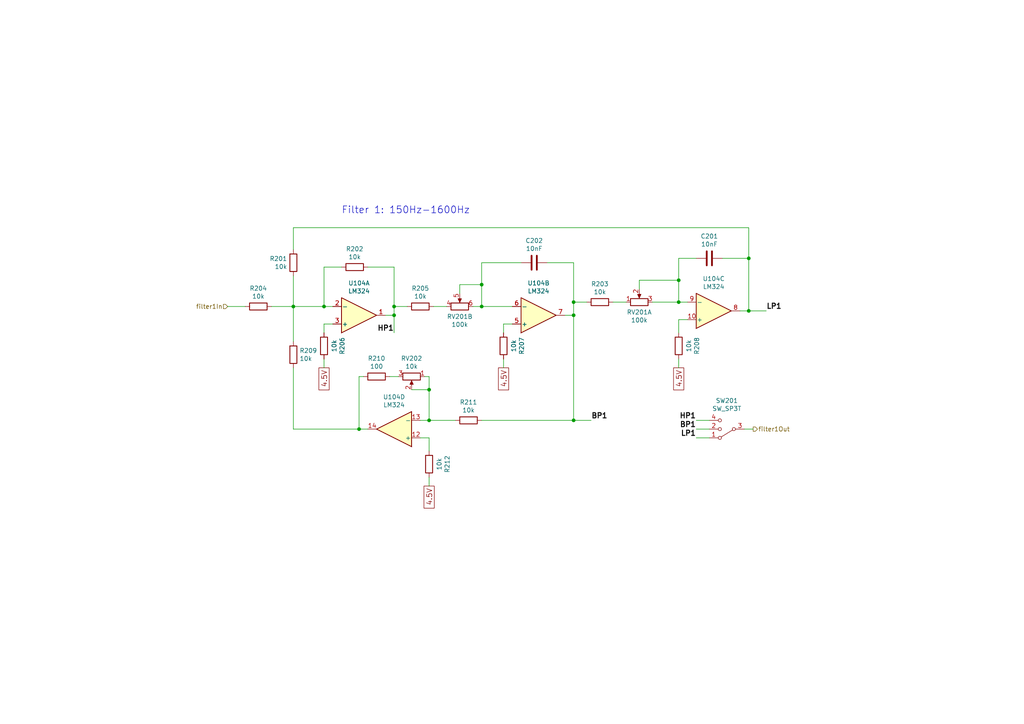
<source format=kicad_sch>
(kicad_sch (version 20231120) (generator "eeschema") (generator_version "8.0")
  (paper "A4")
  (lib_symbols
    (symbol "Amplifier_Operational:LM324" (pin_names (offset 0.127))
      (property "Reference" "U" (at 0 5.08 0))
      (property "Value" "LM324" (at 0 -5.08 0))
      (symbol "LM324_1_1"
        (polyline (pts (xy -5.08 5.08) (xy 5.08 0) (xy -5.08 -5.08) (xy -5.08 5.08)) (stroke (width 0.254)) (fill (type background)))
        (pin output line (at 7.62 0 180) (length 2.54) (name "~") (number "1"))
        (pin input line (at -7.62 -2.54 0) (length 2.54) (name "-") (number "2"))
        (pin input line (at -7.62 2.54 0) (length 2.54) (name "+") (number "3"))
      )
      (symbol "LM324_2_1"
        (polyline (pts (xy -5.08 5.08) (xy 5.08 0) (xy -5.08 -5.08) (xy -5.08 5.08)) (stroke (width 0.254)) (fill (type background)))
        (pin input line (at -7.62 2.54 0) (length 2.54) (name "+") (number "5"))
        (pin input line (at -7.62 -2.54 0) (length 2.54) (name "-") (number "6"))
        (pin output line (at 7.62 0 180) (length 2.54) (name "~") (number "7"))
      )
      (symbol "LM324_3_1"
        (polyline (pts (xy -5.08 5.08) (xy 5.08 0) (xy -5.08 -5.08) (xy -5.08 5.08)) (stroke (width 0.254)) (fill (type background)))
        (pin input line (at -7.62 2.54 0) (length 2.54) (name "+") (number "10"))
        (pin output line (at 7.62 0 180) (length 2.54) (name "~") (number "8"))
        (pin input line (at -7.62 -2.54 0) (length 2.54) (name "-") (number "9"))
      )
      (symbol "LM324_4_1"
        (polyline (pts (xy -5.08 5.08) (xy 5.08 0) (xy -5.08 -5.08) (xy -5.08 5.08)) (stroke (width 0.254)) (fill (type background)))
        (pin input line (at -7.62 2.54 0) (length 2.54) (name "+") (number "12"))
        (pin input line (at -7.62 -2.54 0) (length 2.54) (name "-") (number "13"))
        (pin output line (at 7.62 0 180) (length 2.54) (name "~") (number "14"))
      )
      (symbol "LM324_5_1"
        (pin power_in line (at -2.54 -7.62 90) (length 3.81) (name "V-") (number "11"))
        (pin power_in line (at -2.54 7.62 270) (length 3.81) (name "V+") (number "4"))
      )
    )
    (symbol "Device:C" (pin_numbers hide) (pin_names (offset 0.254))
      (property "Reference" "C" (at 0.635 2.54 0))
      (property "Value" "C" (at 0.635 -2.54 0))
      (symbol "C_0_1"
        (polyline (pts (xy -2.032 -0.762) (xy 2.032 -0.762)) (stroke (width 0.508)))
        (polyline (pts (xy -2.032 0.762) (xy 2.032 0.762)) (stroke (width 0.508)))
      )
      (symbol "C_1_1"
        (pin passive line (at 0 3.81 270) (length 2.794) (name "~") (number "1"))
        (pin passive line (at 0 -3.81 90) (length 2.794) (name "~") (number "2"))
      )
    )
    (symbol "Device:R" (pin_numbers hide) (pin_names (offset 0))
      (property "Reference" "R" (at 2.032 0 90))
      (property "Value" "R" (at 0 0 90))
      (symbol "R_0_1"
        (rectangle (start -1.016 -2.54) (end 1.016 2.54) (stroke (width 0.254)))
      )
      (symbol "R_1_1"
        (pin passive line (at 0 3.81 270) (length 1.27) (name "~") (number "1"))
        (pin passive line (at 0 -3.81 90) (length 1.27) (name "~") (number "2"))
      )
    )
    (symbol "Switch:SW_SP3T" (pin_names (offset 0) hide)
      (property "Reference" "SW" (at 0 5.08 0))
      (property "Value" "SW_SP3T" (at 0 -5.08 0))
      (symbol "SW_SP3T_0_1"
        (circle (center -2.032 0) (radius 0.4572))
        (polyline (pts (xy -1.651 0.254) (xy 1.651 2.286)))
        (circle (center 2.032 -2.54) (radius 0.4572))
        (circle (center 2.032 0) (radius 0.4572))
        (circle (center 2.032 2.54) (radius 0.4572))
      )
      (symbol "SW_SP3T_1_1"
        (pin passive line (at 5.08 2.54 180) (length 2.54) (name "1") (number "1"))
        (pin passive line (at 5.08 0 180) (length 2.54) (name "2") (number "2"))
        (pin passive line (at -5.08 0 0) (length 2.54) (name "3") (number "3"))
        (pin passive line (at 5.08 -2.54 180) (length 2.54) (name "4") (number "4"))
      )
    )
    (symbol "The_Ping_Ting-rescue:R_POT-Device" (pin_names (offset 1.016) hide)
      (property "Reference" "RV" (at -4.445 0 90))
      (property "Value" "R_POT-Device" (at -2.54 0 90))
      (symbol "R_POT-Device_0_1"
        (polyline (pts (xy 2.54 0) (xy 1.524 0)))
        (polyline (pts (xy 1.143 0) (xy 2.286 0.508) (xy 2.286 -0.508) (xy 1.143 0)) (fill (type outline)))
        (rectangle (start 1.016 2.54) (end -1.016 -2.54) (stroke (width 0.254)))
      )
      (symbol "R_POT-Device_1_1"
        (pin passive line (at 0 3.81 270) (length 1.27) (name "1") (number "1"))
        (pin passive line (at 3.81 0 180) (length 1.27) (name "2") (number "2"))
        (pin passive line (at 0 -3.81 90) (length 1.27) (name "3") (number "3"))
      )
    )
    (symbol "The_Ping_Ting-rescue:R_POT_Dual_Separate-Device" (pin_names (offset 1.016) hide)
      (property "Reference" "RV" (at -4.445 0 90))
      (property "Value" "R_POT_Dual_Separate-Device" (at -2.54 0 90))
      (symbol "R_POT_Dual_Separate-Device_0_1"
        (polyline (pts (xy 2.54 0) (xy 1.524 0)))
        (polyline (pts (xy 1.143 0) (xy 2.286 0.508) (xy 2.286 -0.508) (xy 1.143 0)) (fill (type outline)))
        (rectangle (start 1.016 2.54) (end -1.016 -2.54) (stroke (width 0.254)))
      )
      (symbol "R_POT_Dual_Separate-Device_1_1"
        (pin passive line (at 0 3.81 270) (length 1.27) (name "1") (number "1"))
        (pin passive line (at 3.81 0 180) (length 1.27) (name "2") (number "2"))
        (pin passive line (at 0 -3.81 90) (length 1.27) (name "3") (number "3"))
      )
      (symbol "R_POT_Dual_Separate-Device_2_1"
        (pin passive line (at 0 3.81 270) (length 1.27) (name "4") (number "4"))
        (pin passive line (at 3.81 0 180) (length 1.27) (name "5") (number "5"))
        (pin passive line (at 0 -3.81 90) (length 1.27) (name "6") (number "6"))
      )
    )
  )
  (junction (at 166.37 91.44))
  (junction (at 166.37 121.92))
  (junction (at 85.09 88.9))
  (junction (at 139.7 82.55))
  (junction (at 104.14 124.46))
  (junction (at 166.37 87.63))
  (junction (at 139.7 88.9))
  (junction (at 124.46 113.03))
  (junction (at 114.3 91.44))
  (junction (at 124.46 121.92))
  (junction (at 93.98 88.9))
  (junction (at 196.85 81.28))
  (junction (at 196.85 87.63))
  (junction (at 217.17 74.93))
  (junction (at 114.3 88.9))
  (junction (at 217.17 90.17))
  (wire (pts (xy 119.38 113.03) (xy 124.46 113.03)))
  (wire (pts (xy 139.7 82.55) (xy 139.7 76.2)))
  (wire (pts (xy 139.7 88.9) (xy 137.16 88.9)))
  (wire (pts (xy 132.08 121.92) (xy 124.46 121.92)))
  (wire (pts (xy 146.05 93.98) (xy 148.59 93.98)))
  (wire (pts (xy 196.85 92.71) (xy 199.39 92.71)))
  (wire (pts (xy 148.59 88.9) (xy 139.7 88.9)))
  (wire (pts (xy 166.37 76.2) (xy 158.75 76.2)))
  (wire (pts (xy 85.09 88.9) (xy 85.09 99.06)))
  (wire (pts (xy 222.25 90.17) (xy 217.17 90.17)))
  (wire (pts (xy 114.3 77.47) (xy 106.68 77.47)))
  (wire (pts (xy 85.09 124.46) (xy 104.14 124.46)))
  (wire (pts (xy 146.05 106.68) (xy 146.05 104.14)))
  (wire (pts (xy 115.57 109.22) (xy 113.03 109.22)))
  (wire (pts (xy 146.05 96.52) (xy 146.05 93.98)))
  (wire (pts (xy 139.7 76.2) (xy 151.13 76.2)))
  (wire (pts (xy 201.93 124.46) (xy 205.74 124.46)))
  (wire (pts (xy 177.8 87.63) (xy 181.61 87.63)))
  (wire (pts (xy 93.98 93.98) (xy 96.52 93.98)))
  (wire (pts (xy 93.98 96.52) (xy 93.98 93.98)))
  (wire (pts (xy 196.85 74.93) (xy 201.93 74.93)))
  (wire (pts (xy 66.04 88.9) (xy 71.12 88.9)))
  (wire (pts (xy 85.09 106.68) (xy 85.09 124.46)))
  (wire (pts (xy 114.3 91.44) (xy 114.3 88.9)))
  (wire (pts (xy 93.98 106.68) (xy 93.98 104.14)))
  (wire (pts (xy 121.92 121.92) (xy 124.46 121.92)))
  (wire (pts (xy 199.39 87.63) (xy 196.85 87.63)))
  (wire (pts (xy 85.09 80.01) (xy 85.09 88.9)))
  (wire (pts (xy 111.76 91.44) (xy 114.3 91.44)))
  (wire (pts (xy 217.17 74.93) (xy 217.17 90.17)))
  (wire (pts (xy 201.93 127) (xy 205.74 127)))
  (wire (pts (xy 99.06 77.47) (xy 93.98 77.47)))
  (wire (pts (xy 185.42 83.82) (xy 185.42 81.28)))
  (wire (pts (xy 124.46 140.97) (xy 124.46 138.43)))
  (wire (pts (xy 133.35 82.55) (xy 139.7 82.55)))
  (wire (pts (xy 166.37 87.63) (xy 166.37 91.44)))
  (wire (pts (xy 163.83 91.44) (xy 166.37 91.44)))
  (wire (pts (xy 106.68 124.46) (xy 104.14 124.46)))
  (wire (pts (xy 171.45 121.92) (xy 166.37 121.92)))
  (wire (pts (xy 196.85 81.28) (xy 196.85 87.63)))
  (wire (pts (xy 85.09 88.9) (xy 78.74 88.9)))
  (wire (pts (xy 218.44 124.46) (xy 215.9 124.46)))
  (wire (pts (xy 124.46 121.92) (xy 124.46 113.03)))
  (wire (pts (xy 124.46 113.03) (xy 124.46 109.22)))
  (wire (pts (xy 139.7 88.9) (xy 139.7 82.55)))
  (wire (pts (xy 189.23 87.63) (xy 196.85 87.63)))
  (wire (pts (xy 185.42 81.28) (xy 196.85 81.28)))
  (wire (pts (xy 114.3 88.9) (xy 114.3 77.47)))
  (wire (pts (xy 129.54 88.9) (xy 125.73 88.9)))
  (wire (pts (xy 166.37 87.63) (xy 166.37 76.2)))
  (wire (pts (xy 118.11 88.9) (xy 114.3 88.9)))
  (wire (pts (xy 124.46 127) (xy 121.92 127)))
  (wire (pts (xy 124.46 109.22) (xy 123.19 109.22)))
  (wire (pts (xy 93.98 88.9) (xy 96.52 88.9)))
  (wire (pts (xy 217.17 90.17) (xy 214.63 90.17)))
  (wire (pts (xy 139.7 121.92) (xy 166.37 121.92)))
  (wire (pts (xy 201.93 121.92) (xy 205.74 121.92)))
  (wire (pts (xy 166.37 87.63) (xy 170.18 87.63)))
  (wire (pts (xy 114.3 96.52) (xy 114.3 91.44)))
  (wire (pts (xy 196.85 74.93) (xy 196.85 81.28)))
  (wire (pts (xy 93.98 77.47) (xy 93.98 88.9)))
  (wire (pts (xy 209.55 74.93) (xy 217.17 74.93)))
  (wire (pts (xy 217.17 66.04) (xy 217.17 74.93)))
  (wire (pts (xy 133.35 85.09) (xy 133.35 82.55)))
  (wire (pts (xy 85.09 66.04) (xy 85.09 72.39)))
  (wire (pts (xy 85.09 66.04) (xy 217.17 66.04)))
  (wire (pts (xy 124.46 130.81) (xy 124.46 127)))
  (wire (pts (xy 93.98 88.9) (xy 85.09 88.9)))
  (wire (pts (xy 196.85 96.52) (xy 196.85 92.71)))
  (wire (pts (xy 104.14 109.22) (xy 105.41 109.22)))
  (wire (pts (xy 104.14 124.46) (xy 104.14 109.22)))
  (wire (pts (xy 166.37 121.92) (xy 166.37 91.44)))
  (wire (pts (xy 196.85 106.68) (xy 196.85 104.14)))
  (text "Filter 1: 150Hz-1600Hz" (at 99.06 62.23 0) (effects (font (size 2.0066 2.0066)) (justify left bottom)))
  (label "BP1" (at 171.45 121.92 0) (effects (font (size 1.4986 1.4986) (thickness 0.2997) (bold yes))))
  (label "LP1" (at 201.93 127 180) (effects (font (size 1.4986 1.4986) (thickness 0.2997) (bold yes))))
  (label "BP1" (at 201.93 124.46 180) (effects (font (size 1.4986 1.4986) (thickness 0.2997) (bold yes))))
  (label "LP1" (at 222.25 90.17 0) (effects (font (size 1.4986 1.4986) (thickness 0.2997) (bold yes))))
  (label "HP1" (at 114.3 96.52 180) (effects (font (size 1.4986 1.4986) (thickness 0.2997) (bold yes))))
  (label "HP1" (at 201.93 121.92 180) (effects (font (size 1.4986 1.4986) (thickness 0.2997) (bold yes))))
  (global_label "4.5V" (shape passive) (at 93.98 106.68 270) (effects (font (size 1.4986 1.4986))) (property "Intersheetrefs" "${INTERSHEET_REFS}" (effects (hide yes))))
  (global_label "4.5V" (shape passive) (at 124.46 140.97 270) (effects (font (size 1.4986 1.4986))) (property "Intersheetrefs" "${INTERSHEET_REFS}" (effects (hide yes))))
  (global_label "4.5V" (shape passive) (at 146.05 106.68 270) (effects (font (size 1.4986 1.4986))) (property "Intersheetrefs" "${INTERSHEET_REFS}" (effects (hide yes))))
  (global_label "4.5V" (shape passive) (at 196.85 106.68 270) (effects (font (size 1.4986 1.4986))) (property "Intersheetrefs" "${INTERSHEET_REFS}" (effects (hide yes))))
  (hierarchical_label "filter1In" (shape input) (at 66.04 88.9 180))
  (hierarchical_label "filter1Out" (shape output) (at 218.44 124.46 0))
  (symbol (lib_id "Amplifier_Operational:LM324") (at 104.14 91.44 0) (mirror x) (unit 1)
    (property "Reference" "U104" (at 104.14 82.1182 0))
    (property "Value" "LM324" (at 104.14 84.4296 0))
    (property "Footprint" "Package_DIP:DIP-14_W7.62mm" (effects (hide yes)))
    (property "Datasheet" "http://www.ti.com/lit/ds/symlink/lm2902-n.pdf" (effects (hide yes)))
  )
  (symbol (lib_id "Amplifier_Operational:LM324") (at 156.21 91.44 0) (mirror x) (unit 2)
    (property "Reference" "U104" (at 156.21 82.1182 0))
    (property "Value" "LM324" (at 156.21 84.4296 0))
    (property "Footprint" "Package_DIP:DIP-14_W7.62mm" (effects (hide yes)))
    (property "Datasheet" "http://www.ti.com/lit/ds/symlink/lm2902-n.pdf" (effects (hide yes)))
  )
  (symbol (lib_id "Amplifier_Operational:LM324") (at 207.01 90.17 0) (mirror x) (unit 3)
    (property "Reference" "U104" (at 207.01 80.8482 0))
    (property "Value" "LM324" (at 207.01 83.1596 0))
    (property "Footprint" "Package_DIP:DIP-14_W7.62mm" (effects (hide yes)))
    (property "Datasheet" "http://www.ti.com/lit/ds/symlink/lm2902-n.pdf" (effects (hide yes)))
  )
  (symbol (lib_id "Amplifier_Operational:LM324") (at 114.3 124.46 180) (unit 4)
    (property "Reference" "U104" (at 114.3 115.1382 0))
    (property "Value" "LM324" (at 114.3 117.4496 0))
    (property "Footprint" "Package_DIP:DIP-14_W7.62mm" (effects (hide yes)))
    (property "Datasheet" "http://www.ti.com/lit/ds/symlink/lm2902-n.pdf" (effects (hide yes)))
  )
  (symbol (lib_id "Device:R") (at 109.22 109.22 90) (mirror x) (unit 1)
    (property "Reference" "R210" (at 109.22 103.9622 90))
    (property "Value" "100" (at 109.22 106.2736 90))
    (property "Footprint" "Resistor_THT:R_Axial_DIN0207_L6.3mm_D2.5mm_P10.16mm_Horizontal" (effects (hide yes)))
  )
  (symbol (lib_id "Device:R") (at 135.89 121.92 90) (mirror x) (unit 1)
    (property "Reference" "R211" (at 135.89 116.6622 90))
    (property "Value" "10k" (at 135.89 118.9736 90))
    (property "Footprint" "Resistor_THT:R_Axial_DIN0207_L6.3mm_D2.5mm_P10.16mm_Horizontal" (effects (hide yes)))
  )
  (symbol (lib_id "Device:R") (at 85.09 102.87 0) (mirror y) (unit 1)
    (property "Reference" "R209" (at 86.868 101.7016 0) (effects (justify right)))
    (property "Value" "10k" (at 86.868 104.013 0) (effects (justify right)))
    (property "Footprint" "Resistor_THT:R_Axial_DIN0207_L6.3mm_D2.5mm_P10.16mm_Horizontal" (effects (hide yes)))
  )
  (symbol (lib_id "Device:R") (at 85.09 76.2 0) (mirror x) (unit 1)
    (property "Reference" "R201" (at 83.312 75.0316 0) (effects (justify right)))
    (property "Value" "10k" (at 83.312 77.343 0) (effects (justify right)))
    (property "Footprint" "Resistor_THT:R_Axial_DIN0207_L6.3mm_D2.5mm_P10.16mm_Horizontal" (effects (hide yes)))
  )
  (symbol (lib_id "Device:C") (at 154.94 76.2 270) (unit 1)
    (property "Reference" "C202" (at 154.94 69.7992 90))
    (property "Value" "10nF" (at 154.94 72.1106 90))
    (property "Footprint" "Capacitor_THT:C_Rect_L7.2mm_W5.5mm_P5.00mm_FKS2_FKP2_MKS2_MKP2" (effects (hide yes)))
  )
  (symbol (lib_id "Device:C") (at 205.74 74.93 270) (unit 1)
    (property "Reference" "C201" (at 205.74 68.5292 90))
    (property "Value" "10nF" (at 205.74 70.8406 90))
    (property "Footprint" "Capacitor_THT:C_Rect_L7.2mm_W5.5mm_P5.00mm_FKS2_FKP2_MKS2_MKP2" (effects (hide yes)))
  )
  (symbol (lib_id "The_Ping_Ting-rescue:R_POT_Dual_Separate-Device") (at 133.35 88.9 90) (unit 2)
    (property "Reference" "RV201" (at 133.35 91.821 90))
    (property "Value" "100k" (at 133.35 94.1324 90))
    (property "Footprint" "Connector_PinHeader_2.54mm:PinHeader_1x06_P2.54mm_Vertical" (effects (hide yes)))
  )
  (symbol (lib_id "The_Ping_Ting-rescue:R_POT_Dual_Separate-Device") (at 185.42 87.63 90) (unit 1)
    (property "Reference" "RV201" (at 185.42 90.551 90))
    (property "Value" "100k" (at 185.42 92.8624 90))
    (property "Footprint" "Connector_PinHeader_2.54mm:PinHeader_1x06_P2.54mm_Vertical" (effects (hide yes)))
  )
  (symbol (lib_id "Device:R") (at 173.99 87.63 270) (mirror x) (unit 1)
    (property "Reference" "R203" (at 173.99 82.3722 90))
    (property "Value" "10k" (at 173.99 84.6836 90))
    (property "Footprint" "Resistor_THT:R_Axial_DIN0207_L6.3mm_D2.5mm_P10.16mm_Horizontal" (effects (hide yes)))
  )
  (symbol (lib_id "The_Ping_Ting-rescue:R_POT-Device") (at 119.38 109.22 270) (unit 1)
    (property "Reference" "RV202" (at 119.38 103.9622 90))
    (property "Value" "10k" (at 119.38 106.2736 90))
    (property "Footprint" "Connector_PinHeader_2.54mm:PinHeader_1x03_P2.54mm_Vertical" (effects (hide yes)))
  )
  (symbol (lib_id "Device:R") (at 74.93 88.9 270) (mirror x) (unit 1)
    (property "Reference" "R204" (at 74.93 83.6422 90))
    (property "Value" "10k" (at 74.93 85.9536 90))
    (property "Footprint" "Resistor_THT:R_Axial_DIN0207_L6.3mm_D2.5mm_P10.16mm_Horizontal" (effects (hide yes)))
  )
  (symbol (lib_id "Device:R") (at 102.87 77.47 270) (unit 1)
    (property "Reference" "R202" (at 102.87 72.2122 90))
    (property "Value" "10k" (at 102.87 74.5236 90))
    (property "Footprint" "Resistor_THT:R_Axial_DIN0207_L6.3mm_D2.5mm_P10.16mm_Horizontal" (effects (hide yes)))
  )
  (symbol (lib_id "Device:R") (at 121.92 88.9 270) (mirror x) (unit 1)
    (property "Reference" "R205" (at 121.92 83.6422 90))
    (property "Value" "10k" (at 121.92 85.9536 90))
    (property "Footprint" "Resistor_THT:R_Axial_DIN0207_L6.3mm_D2.5mm_P10.16mm_Horizontal" (effects (hide yes)))
  )
  (symbol (lib_id "Switch:SW_SP3T") (at 210.82 124.46 180) (unit 1)
    (property "Reference" "SW201" (at 210.82 116.205 0))
    (property "Value" "SW_SP3T" (at 210.82 118.5164 0))
    (property "Footprint" "Connector_PinHeader_2.54mm:PinHeader_1x04_P2.54mm_Vertical" (effects (hide yes)))
  )
  (symbol (lib_id "Device:R") (at 93.98 100.33 0) (mirror x) (unit 1)
    (property "Reference" "R206" (at 99.2378 100.33 90))
    (property "Value" "10k" (at 96.9264 100.33 90))
    (property "Footprint" "Resistor_THT:R_Axial_DIN0207_L6.3mm_D2.5mm_P10.16mm_Horizontal" (effects (hide yes)))
  )
  (symbol (lib_id "Device:R") (at 146.05 100.33 0) (mirror x) (unit 1)
    (property "Reference" "R207" (at 151.3078 100.33 90))
    (property "Value" "10k" (at 148.9964 100.33 90))
    (property "Footprint" "Resistor_THT:R_Axial_DIN0207_L6.3mm_D2.5mm_P10.16mm_Horizontal" (effects (hide yes)))
  )
  (symbol (lib_id "Device:R") (at 196.85 100.33 0) (mirror x) (unit 1)
    (property "Reference" "R208" (at 202.1078 100.33 90))
    (property "Value" "10k" (at 199.7964 100.33 90))
    (property "Footprint" "Resistor_THT:R_Axial_DIN0207_L6.3mm_D2.5mm_P10.16mm_Horizontal" (effects (hide yes)))
  )
  (symbol (lib_id "Device:R") (at 124.46 134.62 0) (mirror x) (unit 1)
    (property "Reference" "R212" (at 129.7178 134.62 90))
    (property "Value" "10k" (at 127.4064 134.62 90))
    (property "Footprint" "Resistor_THT:R_Axial_DIN0207_L6.3mm_D2.5mm_P10.16mm_Horizontal" (effects (hide yes)))
  )
)
</source>
